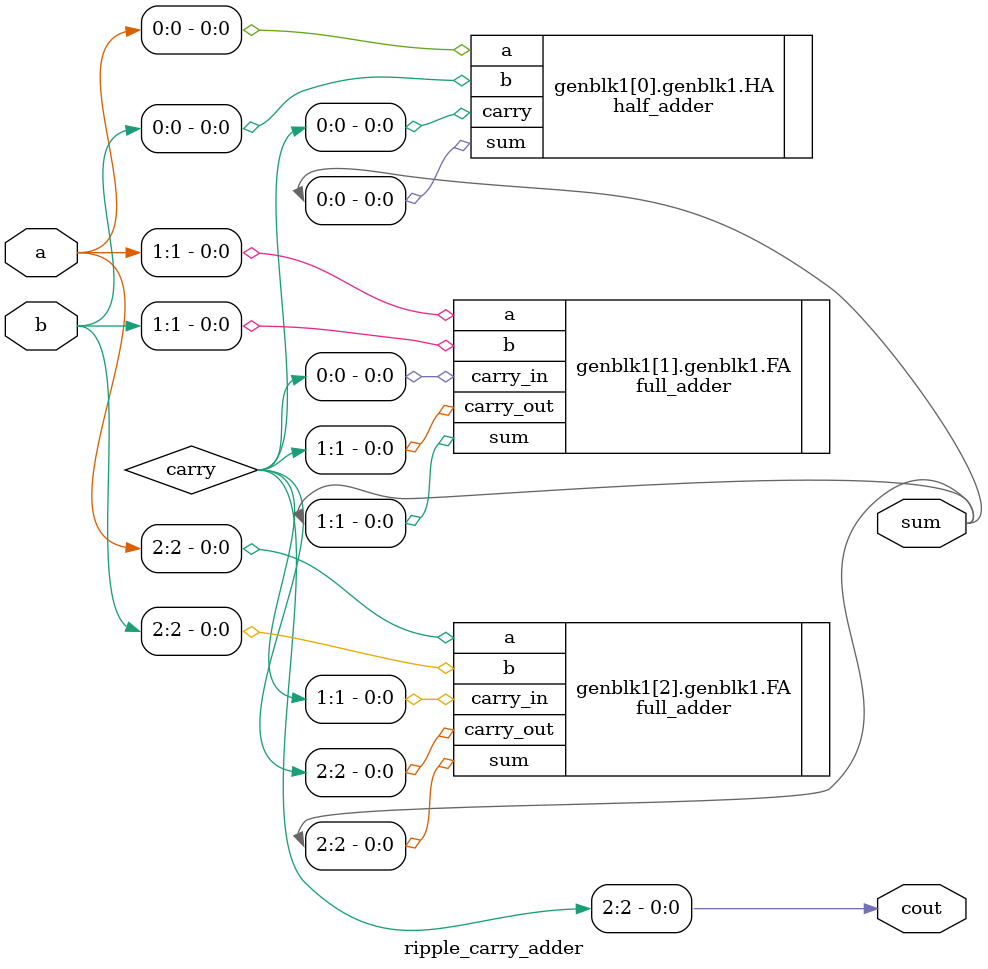
<source format=v>
`timescale 1ns/1ps

module ripple_carry_adder
#( parameter DATA_WIDTH = 3)
(
	input [DATA_WIDTH-1:0] a,
	input [DATA_WIDTH-1:0] b,
	output cout,
	output [DATA_WIDTH-1:0] sum
	
);

	wire [DATA_WIDTH-1:0] carry;

	assign cout = carry [DATA_WIDTH-1];

	genvar i;
	generate

		for(i= 0; i < DATA_WIDTH; i = i+1)
		begin
			if(i == 0) // the firdt adder is a half adder
			begin
			       half_adder HA(
			       	.a(a[i]),
				.b(b[i]),
				.sum(sum[i]),
				.carry(carry[i])
			       );	
			end 
			else
			begin

			(* DONT_TOUCH = "true" *)	full_adder FA(
					.a(a[i]),
					.b(b[i]),
					.carry_in(carry[i-1]),
					.sum(sum[i]),
					.carry_out(carry[i])
				);


			end 


		end
	endgenerate

endmodule

</source>
